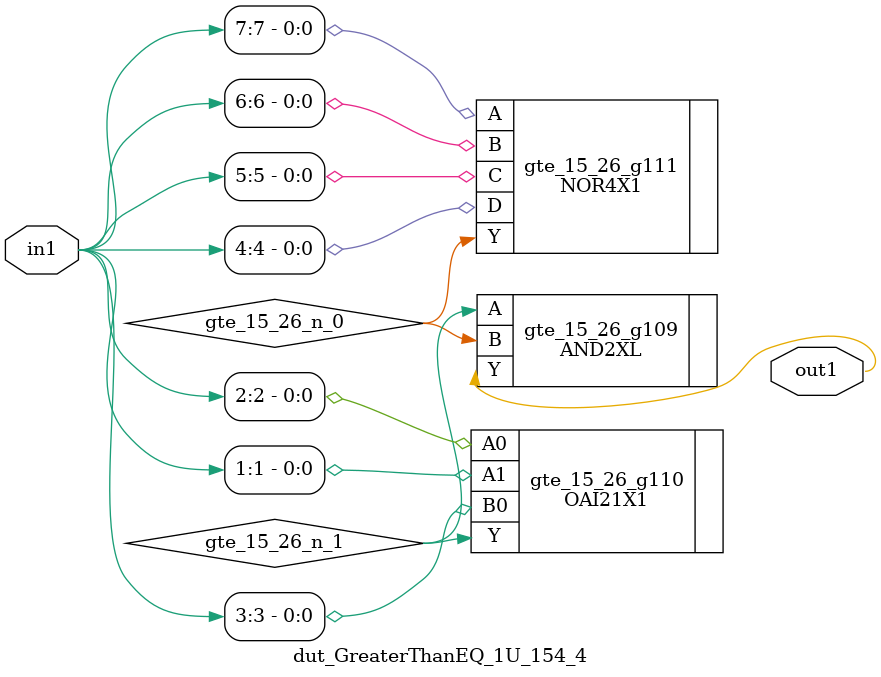
<source format=v>
`timescale 1ps / 1ps


module dut_GreaterThanEQ_1U_154_4(in1, out1);
  input [7:0] in1;
  output out1;
  wire [7:0] in1;
  wire out1;
  wire gte_15_26_n_0, gte_15_26_n_1;
  AND2XL gte_15_26_g109(.A (gte_15_26_n_1), .B (gte_15_26_n_0), .Y
       (out1));
  OAI21X1 gte_15_26_g110(.A0 (in1[2]), .A1 (in1[1]), .B0 (in1[3]), .Y
       (gte_15_26_n_1));
  NOR4X1 gte_15_26_g111(.A (in1[7]), .B (in1[6]), .C (in1[5]), .D
       (in1[4]), .Y (gte_15_26_n_0));
endmodule



</source>
